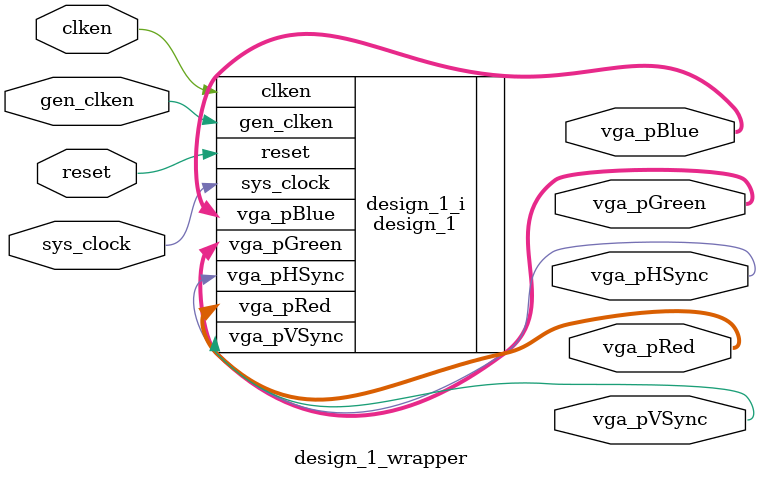
<source format=v>
`timescale 1 ps / 1 ps

module design_1_wrapper
   (clken,
    gen_clken,
    reset,
    sys_clock,
    vga_pBlue,
    vga_pGreen,
    vga_pHSync,
    vga_pRed,
    vga_pVSync);
  input clken;
  input gen_clken;
  input reset;
  input sys_clock;
  output [3:0]vga_pBlue;
  output [3:0]vga_pGreen;
  output vga_pHSync;
  output [3:0]vga_pRed;
  output vga_pVSync;

  wire clken;
  wire gen_clken;
  wire reset;
  wire sys_clock;
  wire [3:0]vga_pBlue;
  wire [3:0]vga_pGreen;
  wire vga_pHSync;
  wire [3:0]vga_pRed;
  wire vga_pVSync;

  design_1 design_1_i
       (.clken(clken),
        .gen_clken(gen_clken),
        .reset(reset),
        .sys_clock(sys_clock),
        .vga_pBlue(vga_pBlue),
        .vga_pGreen(vga_pGreen),
        .vga_pHSync(vga_pHSync),
        .vga_pRed(vga_pRed),
        .vga_pVSync(vga_pVSync));
endmodule

</source>
